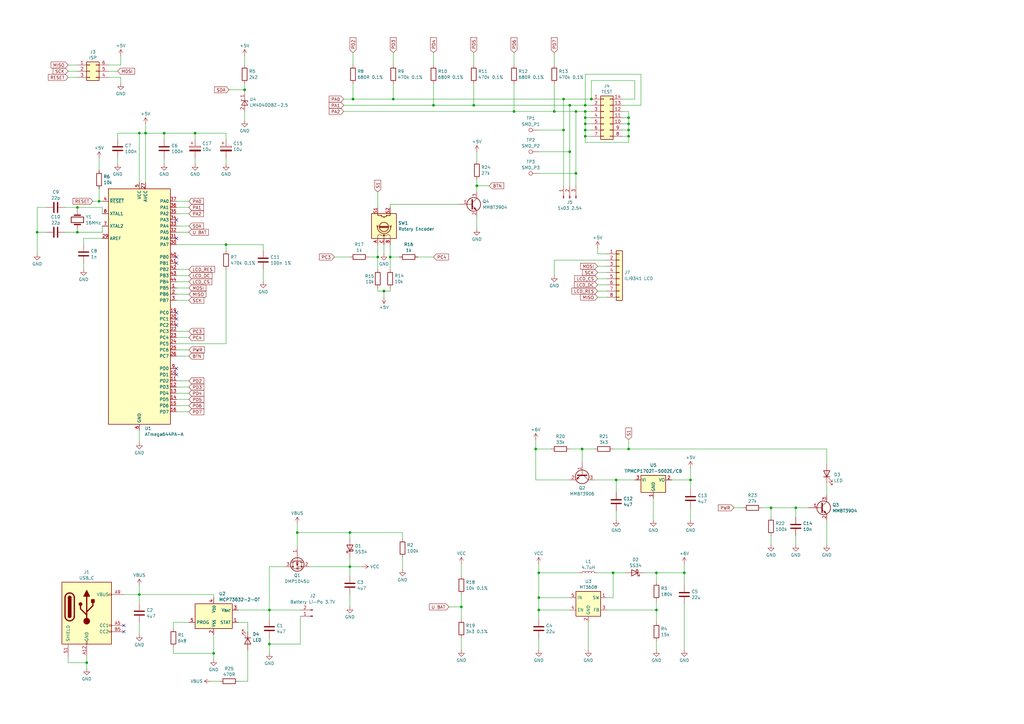
<source format=kicad_sch>
(kicad_sch (version 20231120) (generator "eeschema") (generator_version "8.0")
  (paper "A3")
  (title_block (date "2024-11-26"))
  (junction (at 195.58 76.2))
  (junction (at 251.46 234.95))
  (junction (at 143.51 232.41))
  (junction (at 257.81 50.8))
  (junction (at 143.51 218.44))
  (junction (at 231.14 53.34))
  (junction (at 220.98 245.11))
  (junction (at 177.8 43.18))
  (junction (at 240.03 53.34))
  (junction (at 35.56 271.78))
  (junction (at 219.71 184.15))
  (junction (at 269.24 234.95))
  (junction (at 280.67 234.95))
  (junction (at 283.21 196.85))
  (junction (at 57.15 243.84))
  (junction (at 242.57 40.64))
  (junction (at 257.81 55.88))
  (junction (at 257.81 53.34))
  (junction (at 252.73 196.85))
  (junction (at 57.15 54.61))
  (junction (at 189.23 248.92))
  (junction (at 240.03 48.26))
  (junction (at 231.14 40.64))
  (junction (at 100.33 36.83))
  (junction (at 87.63 267.97))
  (junction (at 269.24 250.19))
  (junction (at 160.02 105.41))
  (junction (at 80.01 54.61))
  (junction (at 220.98 250.19))
  (junction (at 194.31 43.18))
  (junction (at 110.49 264.16))
  (junction (at 157.48 119.38))
  (junction (at 154.94 105.41))
  (junction (at 144.78 40.64))
  (junction (at 326.39 208.28))
  (junction (at 236.22 45.72))
  (junction (at 236.22 71.12))
  (junction (at 238.76 184.15))
  (junction (at 40.64 82.55))
  (junction (at 31.75 95.25))
  (junction (at 233.68 62.23))
  (junction (at 257.81 184.15))
  (junction (at 161.29 40.64))
  (junction (at 110.49 250.19))
  (junction (at 92.71 100.33))
  (junction (at 240.03 55.88))
  (junction (at 210.82 45.72))
  (junction (at 240.03 43.18))
  (junction (at 31.75 85.09))
  (junction (at 233.68 43.18))
  (junction (at 121.92 218.44))
  (junction (at 240.03 45.72))
  (junction (at 240.03 50.8))
  (junction (at 67.31 54.61))
  (junction (at 15.24 95.25))
  (junction (at 59.69 54.61))
  (junction (at 220.98 234.95))
  (junction (at 227.33 45.72))
  (junction (at 257.81 48.26))
  (junction (at 316.23 208.28))
  (no_connect (at 72.39 133.35))
  (no_connect (at 72.39 105.41))
  (no_connect (at 72.39 90.17))
  (no_connect (at 72.39 130.81))
  (no_connect (at 72.39 153.67))
  (no_connect (at 50.8 256.54))
  (no_connect (at 50.8 259.08))
  (no_connect (at 72.39 107.95))
  (no_connect (at 72.39 151.13))
  (no_connect (at 72.39 97.79))
  (no_connect (at 72.39 128.27))
  (wire (pts (xy 31.75 85.09) (xy 41.91 85.09)))
  (wire (pts (xy 220.98 62.23) (xy 233.68 62.23)))
  (wire (pts (xy 40.64 77.47) (xy 40.64 82.55)))
  (wire (pts (xy 72.39 120.65) (xy 77.47 120.65)))
  (wire (pts (xy 101.6 259.08) (xy 101.6 255.27)))
  (wire (pts (xy 67.31 54.61) (xy 59.69 54.61)))
  (wire (pts (xy 100.33 34.29) (xy 100.33 36.83)))
  (wire (pts (xy 35.56 271.78) (xy 35.56 274.32)))
  (wire (pts (xy 143.51 232.41) (xy 127 232.41)))
  (wire (pts (xy 92.71 54.61) (xy 80.01 54.61)))
  (wire (pts (xy 72.39 92.71) (xy 77.47 92.71)))
  (wire (pts (xy 240.03 50.8) (xy 240.03 48.26)))
  (wire (pts (xy 72.39 85.09) (xy 77.47 85.09)))
  (wire (pts (xy 100.33 36.83) (xy 100.33 38.1)))
  (wire (pts (xy 240.03 43.18) (xy 242.57 43.18)))
  (wire (pts (xy 326.39 208.28) (xy 326.39 212.09)))
  (wire (pts (xy 49.53 22.86) (xy 49.53 26.67)))
  (wire (pts (xy 92.71 57.15) (xy 92.71 54.61)))
  (wire (pts (xy 121.92 214.63) (xy 121.92 218.44)))
  (wire (pts (xy 194.31 34.29) (xy 194.31 43.18)))
  (wire (pts (xy 72.39 110.49) (xy 77.47 110.49)))
  (wire (pts (xy 157.48 119.38) (xy 157.48 121.92)))
  (wire (pts (xy 245.11 119.38) (xy 248.92 119.38)))
  (wire (pts (xy 257.81 45.72) (xy 257.81 48.26)))
  (wire (pts (xy 80.01 54.61) (xy 67.31 54.61)))
  (wire (pts (xy 220.98 234.95) (xy 237.49 234.95)))
  (wire (pts (xy 87.63 245.11) (xy 87.63 243.84)))
  (wire (pts (xy 110.49 232.41) (xy 110.49 250.19)))
  (wire (pts (xy 177.8 21.59) (xy 177.8 26.67)))
  (wire (pts (xy 187.96 83.82) (xy 160.02 83.82)))
  (wire (pts (xy 240.03 45.72) (xy 242.57 45.72)))
  (wire (pts (xy 27.94 29.21) (xy 31.75 29.21)))
  (wire (pts (xy 269.24 250.19) (xy 269.24 246.38)))
  (wire (pts (xy 72.39 156.21) (xy 77.47 156.21)))
  (wire (pts (xy 49.53 31.75) (xy 49.53 34.29)))
  (wire (pts (xy 238.76 184.15) (xy 243.84 184.15)))
  (wire (pts (xy 189.23 261.62) (xy 189.23 266.7)))
  (wire (pts (xy 231.14 53.34) (xy 231.14 76.2)))
  (wire (pts (xy 41.91 85.09) (xy 41.91 87.63)))
  (wire (pts (xy 260.35 40.64) (xy 260.35 33.02)))
  (wire (pts (xy 101.6 255.27) (xy 97.79 255.27)))
  (wire (pts (xy 27.94 31.75) (xy 31.75 31.75)))
  (wire (pts (xy 257.81 180.34) (xy 257.81 184.15)))
  (wire (pts (xy 262.89 43.18) (xy 262.89 30.48)))
  (wire (pts (xy 177.8 43.18) (xy 194.31 43.18)))
  (wire (pts (xy 72.39 146.05) (xy 77.47 146.05)))
  (wire (pts (xy 49.53 26.67) (xy 44.45 26.67)))
  (wire (pts (xy 339.09 184.15) (xy 257.81 184.15)))
  (wire (pts (xy 242.57 50.8) (xy 240.03 50.8)))
  (wire (pts (xy 110.49 264.16) (xy 110.49 267.97)))
  (wire (pts (xy 160.02 105.41) (xy 160.02 110.49)))
  (wire (pts (xy 160.02 105.41) (xy 163.83 105.41)))
  (wire (pts (xy 280.67 234.95) (xy 280.67 240.03)))
  (wire (pts (xy 57.15 54.61) (xy 59.69 54.61)))
  (wire (pts (xy 210.82 21.59) (xy 210.82 26.67)))
  (wire (pts (xy 72.39 138.43) (xy 77.47 138.43)))
  (wire (pts (xy 72.39 95.25) (xy 77.47 95.25)))
  (wire (pts (xy 144.78 21.59) (xy 144.78 26.67)))
  (wire (pts (xy 19.05 85.09) (xy 15.24 85.09)))
  (wire (pts (xy 245.11 121.92) (xy 248.92 121.92)))
  (wire (pts (xy 233.68 62.23) (xy 233.68 76.2)))
  (wire (pts (xy 260.35 33.02) (xy 242.57 33.02)))
  (wire (pts (xy 87.63 243.84) (xy 57.15 243.84)))
  (wire (pts (xy 72.39 118.11) (xy 77.47 118.11)))
  (wire (pts (xy 110.49 250.19) (xy 110.49 254)))
  (wire (pts (xy 255.27 53.34) (xy 257.81 53.34)))
  (wire (pts (xy 161.29 40.64) (xy 231.14 40.64)))
  (wire (pts (xy 257.81 55.88) (xy 257.81 58.42)))
  (wire (pts (xy 257.81 50.8) (xy 257.81 53.34)))
  (wire (pts (xy 240.03 55.88) (xy 240.03 53.34)))
  (wire (pts (xy 233.68 43.18) (xy 233.68 62.23)))
  (wire (pts (xy 35.56 271.78) (xy 35.56 269.24)))
  (wire (pts (xy 233.68 43.18) (xy 240.03 43.18)))
  (wire (pts (xy 107.95 100.33) (xy 92.71 100.33)))
  (wire (pts (xy 231.14 40.64) (xy 242.57 40.64)))
  (wire (pts (xy 26.67 85.09) (xy 31.75 85.09)))
  (wire (pts (xy 255.27 43.18) (xy 262.89 43.18)))
  (wire (pts (xy 227.33 113.03) (xy 227.33 106.68)))
  (wire (pts (xy 220.98 71.12) (xy 236.22 71.12)))
  (wire (pts (xy 72.39 143.51) (xy 77.47 143.51)))
  (wire (pts (xy 160.02 100.33) (xy 160.02 105.41)))
  (wire (pts (xy 257.81 184.15) (xy 251.46 184.15)))
  (wire (pts (xy 227.33 34.29) (xy 227.33 45.72)))
  (wire (pts (xy 107.95 102.87) (xy 107.95 100.33)))
  (wire (pts (xy 236.22 45.72) (xy 236.22 71.12)))
  (wire (pts (xy 86.36 279.4) (xy 90.17 279.4)))
  (wire (pts (xy 72.39 100.33) (xy 92.71 100.33)))
  (wire (pts (xy 243.84 196.85) (xy 252.73 196.85)))
  (wire (pts (xy 57.15 255.27) (xy 57.15 260.35)))
  (wire (pts (xy 140.97 40.64) (xy 144.78 40.64)))
  (wire (pts (xy 238.76 184.15) (xy 238.76 189.23)))
  (wire (pts (xy 226.06 184.15) (xy 219.71 184.15)))
  (wire (pts (xy 87.63 267.97) (xy 87.63 260.35)))
  (wire (pts (xy 283.21 196.85) (xy 275.59 196.85)))
  (wire (pts (xy 233.68 184.15) (xy 238.76 184.15)))
  (wire (pts (xy 143.51 243.84) (xy 143.51 248.92)))
  (wire (pts (xy 189.23 243.84) (xy 189.23 248.92)))
  (wire (pts (xy 251.46 245.11) (xy 248.92 245.11)))
  (wire (pts (xy 269.24 250.19) (xy 269.24 255.27)))
  (wire (pts (xy 92.71 102.87) (xy 92.71 100.33)))
  (wire (pts (xy 34.29 97.79) (xy 34.29 100.33)))
  (wire (pts (xy 220.98 245.11) (xy 233.68 245.11)))
  (wire (pts (xy 255.27 55.88) (xy 257.81 55.88)))
  (wire (pts (xy 15.24 95.25) (xy 15.24 104.14)))
  (wire (pts (xy 220.98 53.34) (xy 231.14 53.34)))
  (wire (pts (xy 326.39 208.28) (xy 331.47 208.28)))
  (wire (pts (xy 143.51 232.41) (xy 148.59 232.41)))
  (wire (pts (xy 283.21 208.28) (xy 283.21 213.36)))
  (wire (pts (xy 251.46 234.95) (xy 251.46 245.11)))
  (wire (pts (xy 312.42 208.28) (xy 316.23 208.28)))
  (wire (pts (xy 57.15 240.03) (xy 57.15 243.84)))
  (wire (pts (xy 67.31 54.61) (xy 67.31 57.15)))
  (wire (pts (xy 157.48 100.33) (xy 157.48 104.14)))
  (wire (pts (xy 245.11 234.95) (xy 251.46 234.95)))
  (wire (pts (xy 255.27 50.8) (xy 257.81 50.8)))
  (wire (pts (xy 123.19 252.73) (xy 123.19 264.16)))
  (wire (pts (xy 269.24 234.95) (xy 269.24 238.76)))
  (wire (pts (xy 240.03 30.48) (xy 240.03 43.18)))
  (wire (pts (xy 255.27 48.26) (xy 257.81 48.26)))
  (wire (pts (xy 241.3 255.27) (xy 241.3 266.7)))
  (wire (pts (xy 27.94 26.67) (xy 31.75 26.67)))
  (wire (pts (xy 144.78 34.29) (xy 144.78 40.64)))
  (wire (pts (xy 137.16 105.41) (xy 143.51 105.41)))
  (wire (pts (xy 283.21 191.77) (xy 283.21 196.85)))
  (wire (pts (xy 72.39 168.91) (xy 77.47 168.91)))
  (wire (pts (xy 110.49 264.16) (xy 110.49 261.62)))
  (wire (pts (xy 107.95 110.49) (xy 107.95 115.57)))
  (wire (pts (xy 339.09 213.36) (xy 339.09 223.52)))
  (wire (pts (xy 219.71 184.15) (xy 219.71 180.34)))
  (wire (pts (xy 161.29 34.29) (xy 161.29 40.64)))
  (wire (pts (xy 100.33 45.72) (xy 100.33 49.53)))
  (wire (pts (xy 97.79 250.19) (xy 110.49 250.19)))
  (wire (pts (xy 57.15 243.84) (xy 50.8 243.84)))
  (wire (pts (xy 242.57 55.88) (xy 240.03 55.88)))
  (wire (pts (xy 34.29 107.95) (xy 34.29 110.49)))
  (wire (pts (xy 165.1 218.44) (xy 143.51 218.44)))
  (wire (pts (xy 267.97 204.47) (xy 267.97 213.36)))
  (wire (pts (xy 255.27 40.64) (xy 260.35 40.64)))
  (wire (pts (xy 143.51 228.6) (xy 143.51 232.41)))
  (wire (pts (xy 71.12 255.27) (xy 71.12 257.81)))
  (wire (pts (xy 220.98 234.95) (xy 220.98 245.11)))
  (wire (pts (xy 87.63 267.97) (xy 87.63 270.51)))
  (wire (pts (xy 339.09 198.12) (xy 339.09 203.2)))
  (wire (pts (xy 121.92 218.44) (xy 121.92 224.79)))
  (wire (pts (xy 171.45 105.41) (xy 177.8 105.41)))
  (wire (pts (xy 72.39 87.63) (xy 77.47 87.63)))
  (wire (pts (xy 220.98 261.62) (xy 220.98 266.7)))
  (wire (pts (xy 195.58 76.2) (xy 200.66 76.2)))
  (wire (pts (xy 252.73 209.55) (xy 252.73 213.36)))
  (wire (pts (xy 195.58 62.23) (xy 195.58 66.04)))
  (wire (pts (xy 41.91 97.79) (xy 34.29 97.79)))
  (wire (pts (xy 240.03 53.34) (xy 240.03 50.8)))
  (wire (pts (xy 72.39 82.55) (xy 77.47 82.55)))
  (wire (pts (xy 97.79 279.4) (xy 101.6 279.4)))
  (wire (pts (xy 44.45 31.75) (xy 49.53 31.75)))
  (wire (pts (xy 72.39 163.83) (xy 77.47 163.83)))
  (wire (pts (xy 233.68 196.85) (xy 219.71 196.85)))
  (wire (pts (xy 144.78 40.64) (xy 161.29 40.64)))
  (wire (pts (xy 240.03 58.42) (xy 240.03 55.88)))
  (wire (pts (xy 26.67 95.25) (xy 31.75 95.25)))
  (wire (pts (xy 72.39 161.29) (xy 77.47 161.29)))
  (wire (pts (xy 210.82 34.29) (xy 210.82 45.72)))
  (wire (pts (xy 245.11 114.3) (xy 248.92 114.3)))
  (wire (pts (xy 177.8 34.29) (xy 177.8 43.18)))
  (wire (pts (xy 269.24 234.95) (xy 280.67 234.95)))
  (wire (pts (xy 72.39 135.89) (xy 77.47 135.89)))
  (wire (pts (xy 48.26 57.15) (xy 48.26 54.61)))
  (wire (pts (xy 219.71 184.15) (xy 219.71 196.85)))
  (wire (pts (xy 242.57 53.34) (xy 240.03 53.34)))
  (wire (pts (xy 140.97 45.72) (xy 210.82 45.72)))
  (wire (pts (xy 326.39 219.71) (xy 326.39 223.52)))
  (wire (pts (xy 143.51 236.22) (xy 143.51 232.41)))
  (wire (pts (xy 80.01 57.15) (xy 80.01 54.61)))
  (wire (pts (xy 123.19 264.16) (xy 110.49 264.16)))
  (wire (pts (xy 220.98 250.19) (xy 220.98 245.11)))
  (wire (pts (xy 116.84 232.41) (xy 110.49 232.41)))
  (wire (pts (xy 252.73 196.85) (xy 252.73 201.93)))
  (wire (pts (xy 41.91 92.71) (xy 41.91 95.25)))
  (wire (pts (xy 189.23 231.14) (xy 189.23 236.22)))
  (wire (pts (xy 59.69 54.61) (xy 59.69 74.93)))
  (wire (pts (xy 143.51 220.98) (xy 143.51 218.44)))
  (wire (pts (xy 44.45 29.21) (xy 48.26 29.21)))
  (wire (pts (xy 100.33 22.86) (xy 100.33 26.67)))
  (wire (pts (xy 231.14 40.64) (xy 231.14 53.34)))
  (wire (pts (xy 72.39 113.03) (xy 77.47 113.03)))
  (wire (pts (xy 264.16 234.95) (xy 269.24 234.95)))
  (wire (pts (xy 339.09 190.5) (xy 339.09 184.15)))
  (wire (pts (xy 57.15 243.84) (xy 57.15 247.65)))
  (wire (pts (xy 262.89 30.48) (xy 240.03 30.48)))
  (wire (pts (xy 269.24 262.89) (xy 269.24 266.7)))
  (wire (pts (xy 245.11 116.84) (xy 248.92 116.84)))
  (wire (pts (xy 227.33 21.59) (xy 227.33 26.67)))
  (wire (pts (xy 316.23 212.09) (xy 316.23 208.28)))
  (wire (pts (xy 257.81 58.42) (xy 240.03 58.42)))
  (wire (pts (xy 27.94 269.24) (xy 27.94 271.78)))
  (wire (pts (xy 245.11 101.6) (xy 245.11 104.14)))
  (wire (pts (xy 59.69 50.8) (xy 59.69 54.61)))
  (wire (pts (xy 316.23 219.71) (xy 316.23 223.52)))
  (wire (pts (xy 220.98 250.19) (xy 220.98 254)))
  (wire (pts (xy 240.03 48.26) (xy 240.03 45.72)))
  (wire (pts (xy 101.6 279.4) (xy 101.6 266.7)))
  (wire (pts (xy 15.24 95.25) (xy 19.05 95.25)))
  (wire (pts (xy 194.31 21.59) (xy 194.31 26.67)))
  (wire (pts (xy 72.39 158.75) (xy 77.47 158.75)))
  (wire (pts (xy 233.68 250.19) (xy 220.98 250.19)))
  (wire (pts (xy 93.98 36.83) (xy 100.33 36.83)))
  (wire (pts (xy 140.97 43.18) (xy 177.8 43.18)))
  (wire (pts (xy 151.13 105.41) (xy 154.94 105.41)))
  (wire (pts (xy 161.29 21.59) (xy 161.29 26.67)))
  (wire (pts (xy 48.26 54.61) (xy 57.15 54.61)))
  (wire (pts (xy 110.49 250.19) (xy 123.19 250.19)))
  (wire (pts (xy 236.22 71.12) (xy 236.22 76.2)))
  (wire (pts (xy 195.58 76.2) (xy 195.58 78.74)))
  (wire (pts (xy 72.39 166.37) (xy 77.47 166.37)))
  (wire (pts (xy 72.39 140.97) (xy 92.71 140.97)))
  (wire (pts (xy 257.81 48.26) (xy 257.81 50.8)))
  (wire (pts (xy 40.64 64.77) (xy 40.64 69.85)))
  (wire (pts (xy 27.94 271.78) (xy 35.56 271.78)))
  (wire (pts (xy 48.26 64.77) (xy 48.26 67.31)))
  (wire (pts (xy 165.1 228.6) (xy 165.1 233.68)))
  (wire (pts (xy 165.1 220.98) (xy 165.1 218.44)))
  (wire (pts (xy 40.64 82.55) (xy 41.91 82.55)))
  (wire (pts (xy 195.58 73.66) (xy 195.58 76.2)))
  (wire (pts (xy 160.02 119.38) (xy 157.48 119.38)))
  (wire (pts (xy 251.46 234.95) (xy 256.54 234.95)))
  (wire (pts (xy 252.73 196.85) (xy 260.35 196.85)))
  (wire (pts (xy 242.57 48.26) (xy 240.03 48.26)))
  (wire (pts (xy 184.15 248.92) (xy 189.23 248.92)))
  (wire (pts (xy 154.94 78.74) (xy 154.94 85.09)))
  (wire (pts (xy 92.71 64.77) (xy 92.71 67.31)))
  (wire (pts (xy 77.47 255.27) (xy 71.12 255.27)))
  (wire (pts (xy 236.22 45.72) (xy 240.03 45.72)))
  (wire (pts (xy 72.39 123.19) (xy 77.47 123.19)))
  (wire (pts (xy 245.11 111.76) (xy 248.92 111.76)))
  (wire (pts (xy 210.82 45.72) (xy 227.33 45.72)))
  (wire (pts (xy 31.75 86.36) (xy 31.75 85.09)))
  (wire (pts (xy 71.12 267.97) (xy 87.63 267.97)))
  (wire (pts (xy 255.27 45.72) (xy 257.81 45.72)))
  (wire (pts (xy 154.94 119.38) (xy 157.48 119.38)))
  (wire (pts (xy 92.71 110.49) (xy 92.71 140.97)))
  (wire (pts (xy 71.12 265.43) (xy 71.12 267.97)))
  (wire (pts (xy 257.81 53.34) (xy 257.81 55.88)))
  (wire (pts (xy 280.67 247.65) (xy 280.67 266.7)))
  (wire (pts (xy 283.21 200.66) (xy 283.21 196.85)))
  (wire (pts (xy 80.01 64.77) (xy 80.01 67.31)))
  (wire (pts (xy 154.94 118.11) (xy 154.94 119.38)))
  (wire (pts (xy 220.98 231.14) (xy 220.98 234.95)))
  (wire (pts (xy 154.94 100.33) (xy 154.94 105.41)))
  (wire (pts (xy 72.39 115.57) (xy 77.47 115.57)))
  (wire (pts (xy 280.67 231.14) (xy 280.67 234.95)))
  (wire (pts (xy 57.15 176.53) (xy 57.15 181.61)))
  (wire (pts (xy 316.23 208.28) (xy 326.39 208.28)))
  (wire (pts (xy 227.33 45.72) (xy 236.22 45.72)))
  (wire (pts (xy 227.33 106.68) (xy 248.92 106.68)))
  (wire (pts (xy 41.91 95.25) (xy 31.75 95.25)))
  (wire (pts (xy 31.75 95.25) (xy 31.75 93.98)))
  (wire (pts (xy 248.92 250.19) (xy 269.24 250.19)))
  (wire (pts (xy 242.57 33.02) (xy 242.57 40.64)))
  (wire (pts (xy 38.1 82.55) (xy 40.64 82.55)))
  (wire (pts (xy 67.31 64.77) (xy 67.31 67.31)))
  (wire (pts (xy 57.15 54.61) (xy 57.15 74.93)))
  (wire (pts (xy 189.23 248.92) (xy 189.23 254)))
  (wire (pts (xy 195.58 88.9) (xy 195.58 93.98)))
  (wire (pts (xy 15.24 85.09) (xy 15.24 95.25)))
  (wire (pts (xy 300.99 208.28) (xy 304.8 208.28)))
  (wire (pts (xy 245.11 109.22) (xy 248.92 109.22)))
  (wire (pts (xy 245.11 104.14) (xy 248.92 104.14)))
  (wire (pts (xy 143.51 218.44) (xy 121.92 218.44)))
  (wire (pts (xy 194.31 43.18) (xy 233.68 43.18)))
  (wire (pts (xy 160.02 83.82) (xy 160.02 85.09)))
  (wire (pts (xy 154.94 105.41) (xy 154.94 110.49)))
  (wire (pts (xy 160.02 118.11) (xy 160.02 119.38)))
  (global_label "BTN" (shape input) (at 200.66 76.2 0) (property "Intersheetrefs" "${INTERSHEET_REFS}" (effects (hide yes))))
  (global_label "PWR" (shape input) (at 77.47 143.51 0) (property "Intersheetrefs" "${INTERSHEET_REFS}" (effects (hide yes))))
  (global_label "BTN" (shape input) (at 77.47 146.05 0) (property "Intersheetrefs" "${INTERSHEET_REFS}" (effects (hide yes))))
  (global_label "PWR" (shape input) (at 300.99 208.28 180) (property "Intersheetrefs" "${INTERSHEET_REFS}" (effects (hide yes))))
  (global_label "PD5" (shape input) (at 194.31 21.59 90) (property "Intersheetrefs" "${INTERSHEET_REFS}" (effects (hide yes))))
  (global_label "PD7" (shape input) (at 227.33 21.59 90) (property "Intersheetrefs" "${INTERSHEET_REFS}" (effects (hide yes))))
  (global_label "MOSI" (shape input) (at 48.26 29.21 0) (property "Intersheetrefs" "${INTERSHEET_REFS}" (effects (hide yes))))
  (global_label "PA2" (shape input) (at 140.97 45.72 180) (property "Intersheetrefs" "${INTERSHEET_REFS}" (effects (hide yes))))
  (global_label "PD7" (shape input) (at 77.47 168.91 0) (property "Intersheetrefs" "${INTERSHEET_REFS}" (effects (hide yes))))
  (global_label "LCD_CS" (shape input) (at 245.11 114.3 180) (property "Intersheetrefs" "${INTERSHEET_REFS}" (effects (hide yes))))
  (global_label "PD5" (shape input) (at 77.47 163.83 0) (property "Intersheetrefs" "${INTERSHEET_REFS}" (effects (hide yes))))
  (global_label "PC4" (shape input) (at 177.8 105.41 0) (property "Intersheetrefs" "${INTERSHEET_REFS}" (effects (hide yes))))
  (global_label "RESET" (shape input) (at 27.94 31.75 180) (property "Intersheetrefs" "${INTERSHEET_REFS}" (effects (hide yes))))
  (global_label "MISO" (shape input) (at 27.94 26.67 180) (property "Intersheetrefs" "${INTERSHEET_REFS}" (effects (hide yes))))
  (global_label "LCD_DC" (shape input) (at 245.11 116.84 180) (property "Intersheetrefs" "${INTERSHEET_REFS}" (effects (hide yes))))
  (global_label "PA1" (shape input) (at 140.97 43.18 180) (property "Intersheetrefs" "${INTERSHEET_REFS}" (effects (hide yes))))
  (global_label "LCD_RES" (shape input) (at 77.47 110.49 0) (property "Intersheetrefs" "${INTERSHEET_REFS}" (effects (hide yes))))
  (global_label "PC3" (shape input) (at 137.16 105.41 180) (property "Intersheetrefs" "${INTERSHEET_REFS}" (effects (hide yes))))
  (global_label "U BAT" (shape input) (at 77.47 95.25 0) (property "Intersheetrefs" "${INTERSHEET_REFS}" (effects (hide yes))))
  (global_label "S1" (shape input) (at 257.81 180.34 90) (property "Intersheetrefs" "${INTERSHEET_REFS}" (effects (hide yes))))
  (global_label "PA0" (shape input) (at 77.47 82.55 0) (property "Intersheetrefs" "${INTERSHEET_REFS}" (effects (hide yes))))
  (global_label "SCK" (shape input) (at 245.11 111.76 180) (property "Intersheetrefs" "${INTERSHEET_REFS}" (effects (hide yes))))
  (global_label "LCD_RES" (shape input) (at 245.11 119.38 180) (property "Intersheetrefs" "${INTERSHEET_REFS}" (effects (hide yes))))
  (global_label "PA1" (shape input) (at 77.47 85.09 0) (property "Intersheetrefs" "${INTERSHEET_REFS}" (effects (hide yes))))
  (global_label "PD4" (shape input) (at 177.8 21.59 90) (property "Intersheetrefs" "${INTERSHEET_REFS}" (effects (hide yes))))
  (global_label "MISO" (shape input) (at 245.11 121.92 180) (property "Intersheetrefs" "${INTERSHEET_REFS}" (effects (hide yes))))
  (global_label "PA0" (shape input) (at 140.97 40.64 180) (property "Intersheetrefs" "${INTERSHEET_REFS}" (effects (hide yes))))
  (global_label "PC3" (shape input) (at 77.47 135.89 0) (property "Intersheetrefs" "${INTERSHEET_REFS}" (effects (hide yes))))
  (global_label "U BAT" (shape input) (at 184.15 248.92 180) (property "Intersheetrefs" "${INTERSHEET_REFS}" (effects (hide yes))))
  (global_label "PD6" (shape input) (at 210.82 21.59 90) (property "Intersheetrefs" "${INTERSHEET_REFS}" (effects (hide yes))))
  (global_label "PD2" (shape input) (at 144.78 21.59 90) (property "Intersheetrefs" "${INTERSHEET_REFS}" (effects (hide yes))))
  (global_label "PD2" (shape input) (at 77.47 156.21 0) (property "Intersheetrefs" "${INTERSHEET_REFS}" (effects (hide yes))))
  (global_label "PD3" (shape input) (at 77.47 158.75 0) (property "Intersheetrefs" "${INTERSHEET_REFS}" (effects (hide yes))))
  (global_label "PD3" (shape input) (at 161.29 21.59 90) (property "Intersheetrefs" "${INTERSHEET_REFS}" (effects (hide yes))))
  (global_label "PC4" (shape input) (at 77.47 138.43 0) (property "Intersheetrefs" "${INTERSHEET_REFS}" (effects (hide yes))))
  (global_label "MISO" (shape input) (at 77.47 120.65 0) (property "Intersheetrefs" "${INTERSHEET_REFS}" (effects (hide yes))))
  (global_label "PD6" (shape input) (at 77.47 166.37 0) (property "Intersheetrefs" "${INTERSHEET_REFS}" (effects (hide yes))))
  (global_label "MOSI" (shape input) (at 245.11 109.22 180) (property "Intersheetrefs" "${INTERSHEET_REFS}" (effects (hide yes))))
  (global_label "PA2" (shape input) (at 77.47 87.63 0) (property "Intersheetrefs" "${INTERSHEET_REFS}" (effects (hide yes))))
  (global_label "SCK" (shape input) (at 77.47 123.19 0) (property "Intersheetrefs" "${INTERSHEET_REFS}" (effects (hide yes))))
  (global_label "PD4" (shape input) (at 77.47 161.29 0) (property "Intersheetrefs" "${INTERSHEET_REFS}" (effects (hide yes))))
  (global_label "S1" (shape input) (at 154.94 78.74 90) (property "Intersheetrefs" "${INTERSHEET_REFS}" (effects (hide yes))))
  (global_label "SDA" (shape input) (at 93.98 36.83 180) (property "Intersheetrefs" "${INTERSHEET_REFS}" (effects (hide yes))))
  (global_label "MOSI" (shape input) (at 77.47 118.11 0) (property "Intersheetrefs" "${INTERSHEET_REFS}" (effects (hide yes))))
  (global_label "RESET" (shape input) (at 38.1 82.55 180) (property "Intersheetrefs" "${INTERSHEET_REFS}" (effects (hide yes))))
  (global_label "LCD_DC" (shape input) (at 77.47 113.03 0) (property "Intersheetrefs" "${INTERSHEET_REFS}" (effects (hide yes))))
  (global_label "LCD_CS" (shape input) (at 77.47 115.57 0) (property "Intersheetrefs" "${INTERSHEET_REFS}" (effects (hide yes))))
  (global_label "SCK" (shape input) (at 27.94 29.21 180) (property "Intersheetrefs" "${INTERSHEET_REFS}" (effects (hide yes))))
  (global_label "SDA" (shape input) (at 77.47 92.71 0) (property "Intersheetrefs" "${INTERSHEET_REFS}" (effects (hide yes))))
  (symbol (lib_id "power:+5V") (at 40.64 64.77 0) (unit 1)
    (property "Reference" "#PWR025" (effects (hide yes)))
    (property "Value" "+5V" (at 40.64 60.6369 0))
    (property "Description" "Power symbol creates a global label with name \"+5V\"" (effects (hide yes)))
  )
  (symbol (lib_id "Device:R") (at 100.33 30.48 0) (unit 1)
    (property "Reference" "R5" (at 102.108 29.2678 0) (effects (justify left)))
    (property "Value" "2k2" (at 102.108 31.6921 0) (effects (justify left)))
    (property "Footprint" "Resistor_SMD:R_0805_2012Metric" (effects (hide yes)))
    (property "Description" "Resistor" (effects (hide yes)))
  )
  (symbol (lib_id "Device:L") (at 241.3 234.95 90) (unit 1)
    (property "Reference" "L1" (at 241.3 230.3002 90))
    (property "Value" "4.7uH" (at 241.3 232.7245 90))
    (property "Footprint" "Inductor_SMD:L_1206_3216Metric" (effects (hide yes)))
    (property "Description" "Inductor" (effects (hide yes)))
    (property "JLCPCB Part #" "C2941590" (effects (hide yes)))
  )
  (symbol (lib_id "Device:C") (at 110.49 257.81 0) (unit 1)
    (property "Reference" "C1" (at 113.411 256.5978 0) (effects (justify left)))
    (property "Value" "4u7" (at 113.411 259.0221 0) (effects (justify left)))
    (property "Footprint" "Capacitor_SMD:C_1206_3216Metric" (effects (hide yes)))
    (property "Description" "Unpolarized capacitor" (effects (hide yes)))
    (property "JLCPCB Part #" "C29823" (effects (hide yes)))
  )
  (symbol (lib_id "Device:C") (at 326.39 215.9 0) (unit 1)
    (property "Reference" "C14" (at 329.311 214.6878 0) (effects (justify left)))
    (property "Value" "10n" (at 329.311 217.1121 0) (effects (justify left)))
    (property "Footprint" "Capacitor_SMD:C_0805_2012Metric" (effects (hide yes)))
    (property "Description" "Unpolarized capacitor" (effects (hide yes)))
    (property "JLCPCB Part # " "C1710" (effects (hide yes)))
  )
  (symbol (lib_id "Connector:TestPoint") (at 220.98 62.23 90) (unit 1)
    (property "Reference" "TP2" (at 217.678 57.4505 90))
    (property "Value" "SMD_P2" (at 217.678 59.8748 90))
    (property "Footprint" "TestPoint:TestPoint_Pad_1.5x1.5mm" (effects (hide yes)))
    (property "Description" "test point" (effects (hide yes)))
  )
  (symbol (lib_id "Device:R") (at 160.02 114.3 0) (unit 1)
    (property "Reference" "R14" (at 161.798 113.0878 0) (effects (justify left)))
    (property "Value" "10k" (at 161.798 115.5121 0) (effects (justify left)))
    (property "Footprint" "Resistor_SMD:R_0805_2012Metric" (effects (hide yes)))
    (property "Description" "Resistor" (effects (hide yes)))
  )
  (symbol (lib_id "Connector_Generic:Conn_02x07_Counter_Clockwise") (at 247.65 48.26 0) (unit 1)
    (property "Reference" "J4" (at 248.92 35.2255 0))
    (property "Value" "TEST" (at 248.92 37.6498 0))
    (property "Footprint" "Socket:DIP_Socket-14_W4.3_W5.08_W7.62_W10.16_W10.9_3M_214-3339-00-0602J" (effects (hide yes)))
    (property "Description" "Generic connector, double row, 02x07, counter clockwise pin numbering scheme (similar to DIP package numbering), script generated (kicad-library-utils/schlib/autogen/connector/)" (effects (hide yes)))
  )
  (symbol (lib_id "Device:R") (at 308.61 208.28 90) (unit 1)
    (property "Reference" "R23" (at 308.61 203.1195 90))
    (property "Value" "27k" (at 308.61 205.5438 90))
    (property "Footprint" "Resistor_SMD:R_0805_2012Metric" (effects (hide yes)))
    (property "Description" "Resistor" (effects (hide yes)))
  )
  (symbol (lib_id "Diode:SS34") (at 260.35 234.95 180) (unit 1)
    (property "Reference" "D2" (at 260.6675 229.5355 0))
    (property "Value" "SS34" (at 260.6675 231.9598 0))
    (property "Footprint" "Diode_SMD:D_SMA" (effects (hide yes)))
    (property "Datasheet" "https://www.vishay.com/docs/88751/ss32.pdf" (effects (hide yes)))
    (property "Description" "40V 3A Schottky Diode, SMA" (effects (hide yes)))
    (property "JLCPCB Part # " "C8678" (effects (hide yes)))
  )
  (symbol (lib_id "Device:C") (at 220.98 257.81 0) (unit 1)
    (property "Reference" "C4" (at 223.901 256.5978 0) (effects (justify left)))
    (property "Value" "22u" (at 223.901 259.0221 0) (effects (justify left)))
    (property "Footprint" "Capacitor_SMD:C_0805_2012Metric" (effects (hide yes)))
    (property "Description" "Unpolarized capacitor" (effects (hide yes)))
    (property "JLCPCB Part #" "C45783" (effects (hide yes)))
  )
  (symbol (lib_id "Device:R") (at 269.24 259.08 0) (unit 1)
    (property "Reference" "R4" (at 271.018 257.8678 0) (effects (justify left)))
    (property "Value" "15k" (at 271.018 260.2921 0) (effects (justify left)))
    (property "Footprint" "Resistor_SMD:R_0805_2012Metric" (effects (hide yes)))
    (property "Description" "Resistor" (effects (hide yes)))
  )
  (symbol (lib_id "power:VBUS") (at 57.15 240.03 0) (unit 1)
    (property "Reference" "#PWR05" (effects (hide yes)))
    (property "Value" "VBUS" (at 57.15 235.8969 0))
    (property "Description" "Power symbol creates a global label with name \"VBUS\"" (effects (hide yes)))
  )
  (symbol (lib_id "power:+5V") (at 100.33 22.86 0) (unit 1)
    (property "Reference" "#PWR023" (effects (hide yes)))
    (property "Value" "+5V" (at 100.33 18.7269 0))
    (property "Description" "Power symbol creates a global label with name \"+5V\"" (effects (hide yes)))
  )
  (symbol (lib_id "Device:Crystal") (at 31.75 90.17 270) (unit 1)
    (property "Reference" "Y1" (at 35.0774 88.9578 90) (effects (justify left)))
    (property "Value" "16MHz" (at 35.0774 91.3821 90) (effects (justify left)))
    (property "Footprint" "Crystal:Crystal_SMD_HC49-SD" (effects (hide yes)))
    (property "Description" "Two pin crystal" (effects (hide yes)))
    (property "JLCPCB Part # " "C12676" (effects (hide yes)))
  )
  (symbol (lib_id "Device:C") (at 34.29 104.14 0) (unit 1)
    (property "Reference" "C8" (at 37.211 102.9278 0) (effects (justify left)))
    (property "Value" "1n" (at 37.211 105.3521 0) (effects (justify left)))
    (property "Footprint" "Capacitor_SMD:C_0805_2012Metric" (effects (hide yes)))
    (property "Description" "Unpolarized capacitor" (effects (hide yes)))
  )
  (symbol (lib_id "Device:R") (at 92.71 106.68 0) (unit 1)
    (property "Reference" "R7" (at 94.488 105.4678 0) (effects (justify left)))
    (property "Value" "470k 0.1%" (at 94.488 107.8921 0) (effects (justify left)))
    (property "Footprint" "Resistor_SMD:R_0805_2012Metric" (effects (hide yes)))
    (property "Description" "Resistor" (effects (hide yes)))
  )
  (symbol (lib_id "power:GND") (at 35.56 274.32 0) (unit 1)
    (property "Reference" "#PWR01" (effects (hide yes)))
    (property "Value" "GND" (at 35.56 278.4531 0))
    (property "Description" "Power symbol creates a global label with name \"GND\" , ground" (effects (hide yes)))
  )
  (symbol (lib_id "power:+5V") (at 245.11 101.6 0) (unit 1)
    (property "Reference" "#PWR041" (effects (hide yes)))
    (property "Value" "+5V" (at 245.11 97.4669 0))
    (property "Description" "Power symbol creates a global label with name \"+5V\"" (effects (hide yes)))
  )
  (symbol (lib_id "power:GND") (at 220.98 266.7 0) (unit 1)
    (property "Reference" "#PWR012" (effects (hide yes)))
    (property "Value" "GND" (at 220.98 270.8331 0))
    (property "Description" "Power symbol creates a global label with name \"GND\" , ground" (effects (hide yes)))
  )
  (symbol (lib_id "power:GND") (at 49.53 34.29 0) (unit 1)
    (property "Reference" "#PWR020" (effects (hide yes)))
    (property "Value" "GND" (at 49.53 38.4231 0))
    (property "Description" "Power symbol creates a global label with name \"GND\" , ground" (effects (hide yes)))
  )
  (symbol (lib_id "Device:R") (at 154.94 114.3 0) (unit 1)
    (property "Reference" "R15" (at 149.606 113.284 0) (effects (justify left)))
    (property "Value" "10k" (at 149.86 115.57 0) (effects (justify left)))
    (property "Footprint" "Resistor_SMD:R_0805_2012Metric" (effects (hide yes)))
    (property "Description" "Resistor" (effects (hide yes)))
  )
  (symbol (lib_id "Device:C") (at 107.95 106.68 0) (unit 1)
    (property "Reference" "C11" (at 110.871 105.4678 0) (effects (justify left)))
    (property "Value" "100n 1%" (at 110.871 107.8921 0) (effects (justify left)))
    (property "Footprint" "Capacitor_SMD:C_0805_2012Metric" (effects (hide yes)))
    (property "Description" "Unpolarized capacitor" (effects (hide yes)))
    (property "JLCPCB Part # " "C2981728" (effects (hide yes)))
  )
  (symbol (lib_id "Connector_Generic:Conn_01x08") (at 254 111.76 0) (unit 1)
    (property "Reference" "J7" (at 256.032 111.8178 0) (effects (justify left)))
    (property "Value" "ILI9341 LCD" (at 256.032 114.2421 0) (effects (justify left)))
    (property "Footprint" "DB-Enclosures:Waveshare_2.4_ILI9341_18366" (effects (hide yes)))
    (property "Description" "Generic connector, single row, 01x08, script generated (kicad-library-utils/schlib/autogen/connector/)" (effects (hide yes)))
  )
  (symbol (lib_id "Transistor_FET:AO3401A") (at 121.92 229.87 90) (mirror x) (unit 1)
    (property "Reference" "Q1" (at 121.92 236.0351 90))
    (property "Value" "DMP1045U" (at 121.92 238.4594 90))
    (property "Footprint" "Package_TO_SOT_SMD:SOT-23" (effects (hide yes)))
    (property "Datasheet" "http://www.aosmd.com/pdfs/datasheet/AO3401A.pdf" (effects (hide yes)))
    (property "Description" "-4.0A Id, -30V Vds, P-Channel MOSFET, SOT-23" (effects (hide yes)))
    (property "JLCPCB Part #" " C177033" (effects (hide yes)))
  )
  (symbol (lib_id "Device:C") (at 22.86 85.09 270) (unit 1)
    (property "Reference" "C9" (at 22.86 78.7865 90))
    (property "Value" "22p" (at 22.86 81.2108 90))
    (property "Footprint" "Capacitor_SMD:C_0805_2012Metric" (effects (hide yes)))
    (property "Description" "Unpolarized capacitor" (effects (hide yes)))
    (property "JLCPCB Part # " "C1804" (effects (hide yes)))
  )
  (symbol (lib_id "Device:C") (at 252.73 205.74 0) (unit 1)
    (property "Reference" "C12" (at 255.651 204.5278 0) (effects (justify left)))
    (property "Value" "4u7" (at 255.651 206.9521 0) (effects (justify left)))
    (property "Footprint" "Capacitor_SMD:C_1206_3216Metric" (effects (hide yes)))
    (property "Description" "Unpolarized capacitor" (effects (hide yes)))
    (property "JLCPCB Part #" "C29823" (effects (hide yes)))
  )
  (symbol (lib_id "power:+6V") (at 280.67 231.14 0) (unit 1)
    (property "Reference" "#PWR031" (effects (hide yes)))
    (property "Value" "+6V" (at 280.67 227.0069 0))
    (property "Description" "Power symbol creates a global label with name \"+6V\"" (effects (hide yes)))
  )
  (symbol (lib_id "MCU_Microchip_ATmega:ATmega644PA-A") (at 57.15 125.73 0) (unit 1)
    (property "Reference" "U1" (at 59.3441 175.7101 0) (effects (justify left)))
    (property "Value" "ATmega644PA-A" (at 59.3441 178.1344 0) (effects (justify left)))
    (property "Footprint" "Package_QFP:TQFP-44_10x10mm_P0.8mm" (effects (hide yes)))
    (property "Datasheet" "http://ww1.microchip.com/downloads/en/DeviceDoc/Atmel-8272-8-bit-AVR-microcontroller-ATmega164A_PA-324A_PA-644A_PA-1284_P_datasheet.pdf" (effects (hide yes)))
    (property "Description" "20MHz, 64kB Flash, 4kB SRAM, 2kB EEPROM, JTAG, TQFP-44" (effects (hide yes)))
    (property "JLCPCB Part #" "C38349" (effects (hide yes)))
  )
  (symbol (lib_id "Device:R") (at 71.12 261.62 0) (unit 1)
    (property "Reference" "R1" (at 72.898 260.4078 0) (effects (justify left)))
    (property "Value" "6k8" (at 72.898 262.8321 0) (effects (justify left)))
    (property "Footprint" "Resistor_SMD:R_0805_2012Metric" (effects (hide yes)))
    (property "Description" "Resistor" (effects (hide yes)))
  )
  (symbol (lib_id "power:GND") (at 67.31 67.31 0) (unit 1)
    (property "Reference" "#PWR016" (effects (hide yes)))
    (property "Value" "GND" (at 67.31 71.4431 0))
    (property "Description" "Power symbol creates a global label with name \"GND\" , ground" (effects (hide yes)))
  )
  (symbol (lib_id "Battery_Management:MCP73832-2-OT") (at 87.63 252.73 0) (unit 1)
    (property "Reference" "U2" (at 89.8241 243.5055 0) (effects (justify left)))
    (property "Value" "MCP73832-2-OT" (at 89.8241 245.9298 0) (effects (justify left)))
    (property "Footprint" "Package_TO_SOT_SMD:SOT-23-5" (effects (hide yes)))
    (property "Datasheet" "http://ww1.microchip.com/downloads/en/DeviceDoc/20001984g.pdf" (effects (hide yes)))
    (property "Description" "Single cell, Li-Ion/Li-Po charge management controller, 4.20V, Open-Drain Status Output, in SOT23-5 package" (effects (hide yes)))
    (property "JLCPCB Part #" "C38066" (effects (hide yes)))
  )
  (symbol (lib_id "Device:R") (at 229.87 184.15 90) (unit 1)
    (property "Reference" "R20" (at 229.87 178.9895 90))
    (property "Value" "33k" (at 229.87 181.4138 90))
    (property "Footprint" "Resistor_SMD:R_0805_2012Metric" (effects (hide yes)))
    (property "Description" "Resistor" (effects (hide yes)))
  )
  (symbol (lib_id "Device:C") (at 22.86 95.25 270) (unit 1)
    (property "Reference" "C10" (at 22.86 88.9465 90))
    (property "Value" "22p" (at 22.86 91.3708 90))
    (property "Footprint" "Capacitor_SMD:C_0805_2012Metric" (effects (hide yes)))
    (property "Description" "Unpolarized capacitor" (effects (hide yes)))
    (property "JLCPCB Part # " "C1804" (effects (hide yes)))
  )
  (symbol (lib_id "Device:R") (at 161.29 30.48 0) (unit 1)
    (property "Reference" "R9" (at 163.068 29.2678 0) (effects (justify left)))
    (property "Value" "470k 0.1%" (at 163.068 31.6921 0) (effects (justify left)))
    (property "Footprint" "Resistor_SMD:R_0805_2012Metric" (effects (hide yes)))
    (property "Description" "Resistor" (effects (hide yes)))
  )
  (symbol (lib_id "Connector:USB_C_Receptacle_PowerOnly_6P") (at 35.56 251.46 0) (unit 1)
    (property "Reference" "J1" (at 35.56 234.6155 0))
    (property "Value" "USB_C" (at 35.56 237.0398 0))
    (property "Footprint" "Connector_USB:USB_C_Receptacle_GCT_USB4125-xx-x-0190_6P_TopMnt_Horizontal" (effects (hide yes)))
    (property "Datasheet" "https://www.usb.org/sites/default/files/documents/usb_type-c.zip" (effects (hide yes)))
    (property "Description" "USB Power-Only 6P Type-C Receptacle connector" (effects (hide yes)))
    (property "JLCPCB Part #" "C283540" (effects (hide yes)))
  )
  (symbol (lib_id "Device:C") (at 280.67 243.84 0) (unit 1)
    (property "Reference" "C5" (at 283.591 242.6278 0) (effects (justify left)))
    (property "Value" "22u" (at 283.591 245.0521 0) (effects (justify left)))
    (property "Footprint" "Capacitor_SMD:C_0805_2012Metric" (effects (hide yes)))
    (property "Description" "Unpolarized capacitor" (effects (hide yes)))
    (property "JLCPCB Part #" "C45783" (effects (hide yes)))
  )
  (symbol (lib_id "power:GND") (at 87.63 270.51 0) (unit 1)
    (property "Reference" "#PWR046" (effects (hide yes)))
    (property "Value" "GND" (at 87.63 274.6431 0))
    (property "Description" "Power symbol creates a global label with name \"GND\" , ground" (effects (hide yes)))
  )
  (symbol (lib_id "power:GND") (at 92.71 67.31 0) (unit 1)
    (property "Reference" "#PWR045" (effects (hide yes)))
    (property "Value" "GND" (at 92.71 71.4431 0))
    (property "Description" "Power symbol creates a global label with name \"GND\" , ground" (effects (hide yes)))
  )
  (symbol (lib_id "Connector:Conn_01x02_Pin") (at 128.27 252.73 180) (unit 1)
    (property "Reference" "J2" (at 128.27 244.348 0))
    (property "Value" "Battery Li-Po 3.7V" (at 128.27 246.888 0))
    (property "Footprint" "Connector_PinHeader_2.54mm:PinHeader_1x02_P2.54mm_Vertical" (effects (hide yes)))
    (property "Description" "Generic connector, single row, 01x02, script generated" (effects (hide yes)))
  )
  (symbol (lib_id "Connector_Generic:Conn_02x03_Counter_Clockwise") (at 36.83 29.21 0) (unit 1)
    (property "Reference" "J3" (at 38.1 21.2555 0))
    (property "Value" "ISP" (at 38.1 23.6798 0))
    (property "Footprint" "Connector_PinHeader_2.54mm:PinHeader_2x03_P2.54mm_Vertical" (effects (hide yes)))
    (property "Description" "Generic connector, double row, 02x03, counter clockwise pin numbering scheme (similar to DIP package numbering), script generated (kicad-library-utils/schlib/autogen/connector/)" (effects (hide yes)))
  )
  (symbol (lib_id "Device:R") (at 227.33 30.48 0) (unit 1)
    (property "Reference" "R13" (at 229.108 29.2678 0) (effects (justify left)))
    (property "Value" "470k 0.1%" (at 229.108 31.6921 0) (effects (justify left)))
    (property "Footprint" "Resistor_SMD:R_0805_2012Metric" (effects (hide yes)))
    (property "Description" "Resistor" (effects (hide yes)))
  )
  (symbol (lib_id "power:VCC") (at 189.23 231.14 0) (unit 1)
    (property "Reference" "#PWR030" (effects (hide yes)))
    (property "Value" "VCC" (at 189.23 227.0069 0))
    (property "Description" "Power symbol creates a global label with name \"VCC\"" (effects (hide yes)))
  )
  (symbol (lib_id "Connector:TestPoint") (at 220.98 53.34 90) (unit 1)
    (property "Reference" "TP1" (at 217.678 48.5605 90))
    (property "Value" "SMD_P1" (at 217.678 50.9848 90))
    (property "Footprint" "TestPoint:TestPoint_Pad_1.5x1.5mm" (effects (hide yes)))
    (property "Description" "test point" (effects (hide yes)))
  )
  (symbol (lib_id "power:+5V") (at 157.48 121.92 180) (unit 1)
    (property "Reference" "#PWR028" (effects (hide yes)))
    (property "Value" "+5V" (at 157.48 126.0531 0))
    (property "Description" "Power symbol creates a global label with name \"+5V\"" (effects (hide yes)))
  )
  (symbol (lib_id "power:VBUS") (at 121.92 214.63 0) (unit 1)
    (property "Reference" "#PWR02" (effects (hide yes)))
    (property "Value" "VBUS" (at 121.92 210.4969 0))
    (property "Description" "Power symbol creates a global label with name \"VBUS\"" (effects (hide yes)))
  )
  (symbol (lib_id "Device:R") (at 247.65 184.15 90) (unit 1)
    (property "Reference" "R21" (at 247.65 178.9895 90))
    (property "Value" "3k3" (at 247.65 181.4138 90))
    (property "Footprint" "Resistor_SMD:R_0805_2012Metric" (effects (hide yes)))
    (property "Description" "Resistor" (effects (hide yes)))
  )
  (symbol (lib_id "Device:R") (at 93.98 279.4 90) (unit 1)
    (property "Reference" "R25" (at 93.98 274.2395 90))
    (property "Value" "470R" (at 93.98 276.6638 90))
    (property "Footprint" "Resistor_SMD:R_0805_2012Metric" (effects (hide yes)))
    (property "Description" "Resistor" (effects (hide yes)))
  )
  (symbol (lib_id "Device:C") (at 48.26 60.96 0) (unit 1)
    (property "Reference" "C7" (at 51.181 59.7478 0) (effects (justify left)))
    (property "Value" "100n" (at 51.181 62.1721 0) (effects (justify left)))
    (property "Footprint" "Capacitor_SMD:C_0805_2012Metric" (effects (hide yes)))
    (property "Description" "Unpolarized capacitor" (effects (hide yes)))
  )
  (symbol (lib_id "Device:LED") (at 101.6 262.89 270) (unit 1)
    (property "Reference" "D4" (at 103.632 260.0903 90) (effects (justify left)))
    (property "Value" "LED" (at 103.632 262.5146 90) (effects (justify left)))
    (property "Footprint" "LED_SMD:LED_0805_2012Metric" (effects (hide yes)))
    (property "Description" "Light emitting diode" (effects (hide yes)))
    (property "JLCPCB Part #" "C84256 " (effects (hide yes)))
  )
  (symbol (lib_id "Device:R") (at 210.82 30.48 0) (unit 1)
    (property "Reference" "R12" (at 212.598 29.2678 0) (effects (justify left)))
    (property "Value" "680R 0.1%" (at 212.598 31.6921 0) (effects (justify left)))
    (property "Footprint" "Resistor_SMD:R_0805_2012Metric" (effects (hide yes)))
    (property "Description" "Resistor" (effects (hide yes)))
  )
  (symbol (lib_id "power:GND") (at 283.21 213.36 0) (unit 1)
    (property "Reference" "#PWR035" (effects (hide yes)))
    (property "Value" "GND" (at 283.21 217.4931 0))
    (property "Description" "Power symbol creates a global label with name \"GND\" , ground" (effects (hide yes)))
  )
  (symbol (lib_id "Device:C_Polarized") (at 92.71 60.96 0) (unit 1)
    (property "Reference" "C15" (at 95.631 58.8588 0) (effects (justify left)))
    (property "Value" "10u" (at 95.631 61.2831 0) (effects (justify left)))
    (property "Footprint" "Capacitor_Tantalum_SMD:CP_EIA-3216-18_Kemet-A" (effects (hide yes)))
    (property "Description" "Polarized capacitor" (effects (hide yes)))
    (property "JLCPCB Part # " "C7171" (effects (hide yes)))
  )
  (symbol (lib_id "Device:R") (at 316.23 215.9 0) (unit 1)
    (property "Reference" "R22" (at 318.008 214.6878 0) (effects (justify left)))
    (property "Value" "100k" (at 318.008 217.1121 0) (effects (justify left)))
    (property "Footprint" "Resistor_SMD:R_0805_2012Metric" (effects (hide yes)))
    (property "Description" "Resistor" (effects (hide yes)))
  )
  (symbol (lib_id "Device:C") (at 57.15 251.46 0) (unit 1)
    (property "Reference" "C2" (at 60.071 250.2478 0) (effects (justify left)))
    (property "Value" "4u7" (at 60.071 252.6721 0) (effects (justify left)))
    (property "Footprint" "Capacitor_SMD:C_1206_3216Metric" (effects (hide yes)))
    (property "Description" "Unpolarized capacitor" (effects (hide yes)))
    (property "JLCPCB Part #" "C29823" (effects (hide yes)))
  )
  (symbol (lib_id "power:VCC") (at 148.59 232.41 270) (unit 1)
    (property "Reference" "#PWR08" (effects (hide yes)))
    (property "Value" "VCC" (at 151.765 232.41 90) (effects (justify left)))
    (property "Description" "Power symbol creates a global label with name \"VCC\"" (effects (hide yes)))
  )
  (symbol (lib_id "power:+5V") (at 59.69 50.8 0) (unit 1)
    (property "Reference" "#PWR015" (effects (hide yes)))
    (property "Value" "+5V" (at 59.69 46.6669 0))
    (property "Description" "Power symbol creates a global label with name \"+5V\"" (effects (hide yes)))
  )
  (symbol (lib_id "Device:R") (at 165.1 224.79 0) (unit 1)
    (property "Reference" "R2" (at 166.878 223.5778 0) (effects (justify left)))
    (property "Value" "100k" (at 166.878 226.0021 0) (effects (justify left)))
    (property "Footprint" "Resistor_SMD:R_0805_2012Metric" (effects (hide yes)))
    (property "Description" "Resistor" (effects (hide yes)))
  )
  (symbol (lib_id "Connector:Conn_01x03_Pin") (at 233.68 81.28 90) (unit 1)
    (property "Reference" "J5" (at 233.68 82.9493 90))
    (property "Value" "1x03 2.54" (at 233.68 85.3736 90))
    (property "Footprint" "Package_TO_SOT_THT:TO-92L_Inline_Wide" (effects (hide yes)))
    (property "Description" "Generic connector, single row, 01x03, script generated" (effects (hide yes)))
  )
  (symbol (lib_id "power:GND") (at 165.1 233.68 0) (unit 1)
    (property "Reference" "#PWR07" (effects (hide yes)))
    (property "Value" "GND" (at 165.1 237.8131 0))
    (property "Description" "Power symbol creates a global label with name \"GND\" , ground" (effects (hide yes)))
  )
  (symbol (lib_id "power:GND") (at 280.67 266.7 0) (unit 1)
    (property "Reference" "#PWR013" (effects (hide yes)))
    (property "Value" "GND" (at 280.67 270.8331 0))
    (property "Description" "Power symbol creates a global label with name \"GND\" , ground" (effects (hide yes)))
  )
  (symbol (lib_id "power:+5V") (at 195.58 62.23 0) (unit 1)
    (property "Reference" "#PWR039" (effects (hide yes)))
    (property "Value" "+5V" (at 195.58 58.0969 0))
    (property "Description" "Power symbol creates a global label with name \"+5V\"" (effects (hide yes)))
  )
  (symbol (lib_id "power:GND") (at 100.33 49.53 0) (unit 1)
    (property "Reference" "#PWR024" (effects (hide yes)))
    (property "Value" "GND" (at 100.33 53.6631 0))
    (property "Description" "Power symbol creates a global label with name \"GND\" , ground" (effects (hide yes)))
  )
  (symbol (lib_id "Device:LED") (at 339.09 194.31 90) (unit 1)
    (property "Reference" "D3" (at 342.011 194.6853 90) (effects (justify right)))
    (property "Value" "LED" (at 342.011 197.1096 90) (effects (justify right)))
    (property "Footprint" "LED_SMD:LED_0805_2012Metric" (effects (hide yes)))
    (property "Description" "Light emitting diode" (effects (hide yes)))
    (property "JLCPCB Part #" "C84256 " (effects (hide yes)))
  )
  (symbol (lib_id "power:GND") (at 15.24 104.14 0) (unit 1)
    (property "Reference" "#PWR022" (effects (hide yes)))
    (property "Value" "GND" (at 15.24 108.2731 0))
    (property "Description" "Power symbol creates a global label with name \"GND\" , ground" (effects (hide yes)))
  )
  (symbol (lib_id "Device:R") (at 189.23 257.81 0) (unit 1)
    (property "Reference" "R19" (at 191.008 256.5978 0) (effects (justify left)))
    (property "Value" "3k3 0.1%" (at 191.008 259.0221 0) (effects (justify left)))
    (property "Footprint" "Resistor_SMD:R_0805_2012Metric" (effects (hide yes)))
    (property "Description" "Resistor" (effects (hide yes)))
  )
  (symbol (lib_id "Transistor_BJT:MMBT3904") (at 336.55 208.28 0) (unit 1)
    (property "Reference" "Q3" (at 341.4014 207.0678 0) (effects (justify left)))
    (property "Value" "MMBT3904" (at 341.4014 209.4921 0) (effects (justify left)))
    (property "Footprint" "Package_TO_SOT_SMD:SOT-23" (effects (hide yes)))
    (property "Datasheet" "https://www.onsemi.com/pdf/datasheet/pzt3904-d.pdf" (effects (hide yes)))
    (property "Description" "0.2A Ic, 40V Vce, Small Signal NPN Transistor, SOT-23" (effects (hide yes)))
  )
  (symbol (lib_id "power:GND") (at 143.51 248.92 0) (unit 1)
    (property "Reference" "#PWR06" (effects (hide yes)))
    (property "Value" "GND" (at 143.51 253.0531 0))
    (property "Description" "Power symbol creates a global label with name \"GND\" , ground" (effects (hide yes)))
  )
  (symbol (lib_id "power:+6V") (at 219.71 180.34 0) (unit 1)
    (property "Reference" "#PWR032" (effects (hide yes)))
    (property "Value" "+6V" (at 219.71 176.2069 0))
    (property "Description" "Power symbol creates a global label with name \"+6V\"" (effects (hide yes)))
  )
  (symbol (lib_id "Device:C_Polarized") (at 80.01 60.96 0) (unit 1)
    (property "Reference" "C17" (at 82.931 58.8588 0) (effects (justify left)))
    (property "Value" "10u" (at 82.931 61.2831 0) (effects (justify left)))
    (property "Footprint" "Capacitor_Tantalum_SMD:CP_EIA-3216-18_Kemet-A" (effects (hide yes)))
    (property "Description" "Polarized capacitor" (effects (hide yes)))
    (property "JLCPCB Part # " "C7171" (effects (hide yes)))
  )
  (symbol (lib_id "Device:RotaryEncoder_Switch") (at 157.48 92.71 90) (unit 1)
    (property "Reference" "SW1" (at 163.322 91.4978 90) (effects (justify right)))
    (property "Value" "Rotary Encoder" (at 163.322 93.9221 90) (effects (justify right)))
    (property "Footprint" "Rotary_Encoder:RotaryEncoder_Alps_EC12E-Switch_Vertical_H20mm" (effects (hide yes)))
    (property "Description" "Rotary encoder, dual channel, incremental quadrate outputs, with switch" (effects (hide yes)))
  )
  (symbol (lib_id "Connector:TestPoint") (at 220.98 71.12 90) (unit 1)
    (property "Reference" "TP3" (at 217.678 66.3405 90))
    (property "Value" "SMD_P3" (at 217.678 68.7648 90))
    (property "Footprint" "TestPoint:TestPoint_Pad_3.0x3.0mm" (effects (hide yes)))
    (property "Description" "test point" (effects (hide yes)))
  )
  (symbol (lib_id "Device:R") (at 177.8 30.48 0) (unit 1)
    (property "Reference" "R10" (at 179.578 29.2678 0) (effects (justify left)))
    (property "Value" "680R 0.1%" (at 179.578 31.6921 0) (effects (justify left)))
    (property "Footprint" "Resistor_SMD:R_0805_2012Metric" (effects (hide yes)))
    (property "Description" "Resistor" (effects (hide yes)))
  )
  (symbol (lib_id "Device:R") (at 144.78 30.48 0) (unit 1)
    (property "Reference" "R8" (at 146.558 29.2678 0) (effects (justify left)))
    (property "Value" "680R 0.1%" (at 146.558 31.6921 0) (effects (justify left)))
    (property "Footprint" "Resistor_SMD:R_0805_2012Metric" (effects (hide yes)))
    (property "Description" "Resistor" (effects (hide yes)))
  )
  (symbol (lib_id "power:GND") (at 57.15 181.61 0) (unit 1)
    (property "Reference" "#PWR018" (effects (hide yes)))
    (property "Value" "GND" (at 57.15 185.7431 0))
    (property "Description" "Power symbol creates a global label with name \"GND\" , ground" (effects (hide yes)))
  )
  (symbol (lib_id "power:+5V") (at 283.21 191.77 0) (unit 1)
    (property "Reference" "#PWR011" (effects (hide yes)))
    (property "Value" "+5V" (at 283.21 187.6369 0))
    (property "Description" "Power symbol creates a global label with name \"+5V\"" (effects (hide yes)))
  )
  (symbol (lib_id "Device:R") (at 189.23 240.03 0) (unit 1)
    (property "Reference" "R18" (at 191.008 238.8178 0) (effects (justify left)))
    (property "Value" "10k 0.1%" (at 191.008 241.2421 0) (effects (justify left)))
    (property "Footprint" "Resistor_SMD:R_0805_2012Metric" (effects (hide yes)))
    (property "Description" "Resistor" (effects (hide yes)))
  )
  (symbol (lib_id "power:GND") (at 157.48 104.14 0) (unit 1)
    (property "Reference" "#PWR027" (effects (hide yes)))
    (property "Value" "GND" (at 157.48 108.2731 0))
    (property "Description" "Power symbol creates a global label with name \"GND\" , ground" (effects (hide yes)))
  )
  (symbol (lib_id "power:VCC") (at 220.98 231.14 0) (unit 1)
    (property "Reference" "#PWR09" (effects (hide yes)))
    (property "Value" "VCC" (at 220.98 227.0069 0))
    (property "Description" "Power symbol creates a global label with name \"VCC\"" (effects (hide yes)))
  )
  (symbol (lib_id "Regulator_Switching:MT3608") (at 241.3 247.65 0) (unit 1)
    (property "Reference" "U3" (at 241.3 238.4255 0))
    (property "Value" "MT3608" (at 241.3 240.8498 0))
    (property "Footprint" "Package_TO_SOT_SMD:SOT-23-6" (effects (hide yes)))
    (property "Datasheet" "https://www.olimex.com/Products/Breadboarding/BB-PWR-3608/resources/MT3608.pdf" (effects (hide yes)))
    (property "Description" "High Efficiency 1.2MHz 2A Step Up Converter, 2-24V Vin, 28V Vout, 4A current limit, 1.2MHz, SOT23-6" (effects (hide yes)))
    (property "JLCPCB Part # " "C2932326" (effects (hide yes)))
  )
  (symbol (lib_id "Reference_Voltage:LM4040DBZ-2.5") (at 100.33 41.91 90) (unit 1)
    (property "Reference" "U4" (at 102.3366 40.6978 90) (effects (justify right)))
    (property "Value" "LM4040DBZ-2.5" (at 102.3366 43.1221 90) (effects (justify right)))
    (property "Footprint" "Package_TO_SOT_SMD:SOT-23" (effects (hide yes)))
    (property "Datasheet" "http://www.ti.com/lit/ds/symlink/lm4040-n.pdf" (effects (hide yes)))
    (property "Description" "2.500V Precision Micropower Shunt Voltage Reference, SOT-23" (effects (hide yes)))
    (property "JLCPCB Part # " "C9421" (effects (hide yes)))
  )
  (symbol (lib_id "Transistor_BJT:MMBT3906") (at 238.76 194.31 270) (unit 1)
    (property "Reference" "Q2" (at 238.76 200.1195 90))
    (property "Value" "MMBT3906" (at 238.76 202.5438 90))
    (property "Footprint" "Package_TO_SOT_SMD:SOT-23" (effects (hide yes)))
    (property "Datasheet" "https://www.onsemi.com/pdf/datasheet/pzt3906-d.pdf" (effects (hide yes)))
    (property "Description" "-0.2A Ic, -40V Vce, Small Signal PNP Transistor, SOT-23" (effects (hide yes)))
  )
  (symbol (lib_id "Transistor_BJT:MMBT3904") (at 193.04 83.82 0) (unit 1)
    (property "Reference" "Q4" (at 197.8914 82.6078 0) (effects (justify left)))
    (property "Value" "MMBT3904" (at 197.8914 85.0321 0) (effects (justify left)))
    (property "Footprint" "Package_TO_SOT_SMD:SOT-23" (effects (hide yes)))
    (property "Datasheet" "https://www.onsemi.com/pdf/datasheet/pzt3904-d.pdf" (effects (hide yes)))
    (property "Description" "0.2A Ic, 40V Vce, Small Signal NPN Transistor, SOT-23" (effects (hide yes)))
  )
  (symbol (lib_id "power:GND") (at 252.73 213.36 0) (unit 1)
    (property "Reference" "#PWR033" (effects (hide yes)))
    (property "Value" "GND" (at 252.73 217.4931 0))
    (property "Description" "Power symbol creates a global label with name \"GND\" , ground" (effects (hide yes)))
  )
  (symbol (lib_id "power:GND") (at 241.3 266.7 0) (unit 1)
    (property "Reference" "#PWR010" (effects (hide yes)))
    (property "Value" "GND" (at 241.3 270.8331 0))
    (property "Description" "Power symbol creates a global label with name \"GND\" , ground" (effects (hide yes)))
  )
  (symbol (lib_id "Device:R") (at 195.58 69.85 0) (unit 1)
    (property "Reference" "R24" (at 197.358 68.6378 0) (effects (justify left)))
    (property "Value" "27k" (at 197.358 71.0621 0) (effects (justify left)))
    (property "Footprint" "Resistor_SMD:R_0805_2012Metric" (effects (hide yes)))
    (property "Description" "Resistor" (effects (hide yes)))
  )
  (symbol (lib_id "power:GND") (at 107.95 115.57 0) (unit 1)
    (property "Reference" "#PWR026" (effects (hide yes)))
    (property "Value" "GND" (at 107.95 119.7031 0))
    (property "Description" "Power symbol creates a global label with name \"GND\" , ground" (effects (hide yes)))
  )
  (symbol (lib_id "power:GND") (at 267.97 213.36 0) (unit 1)
    (property "Reference" "#PWR034" (effects (hide yes)))
    (property "Value" "GND" (at 267.97 217.4931 0))
    (property "Description" "Power symbol creates a global label with name \"GND\" , ground" (effects (hide yes)))
  )
  (symbol (lib_id "Device:R") (at 40.64 73.66 0) (unit 1)
    (property "Reference" "R6" (at 42.418 72.4478 0) (effects (justify left)))
    (property "Value" "10k" (at 42.418 74.8721 0) (effects (justify left)))
    (property "Footprint" "Resistor_SMD:R_0805_2012Metric" (effects (hide yes)))
    (property "Description" "Resistor" (effects (hide yes)))
  )
  (symbol (lib_id "power:GND") (at 189.23 266.7 0) (unit 1)
    (property "Reference" "#PWR029" (effects (hide yes)))
    (property "Value" "GND" (at 189.23 270.8331 0))
    (property "Description" "Power symbol creates a global label with name \"GND\" , ground" (effects (hide yes)))
  )
  (symbol (lib_id "power:GND") (at 48.26 67.31 0) (unit 1)
    (property "Reference" "#PWR017" (effects (hide yes)))
    (property "Value" "GND" (at 48.26 71.4431 0))
    (property "Description" "Power symbol creates a global label with name \"GND\" , ground" (effects (hide yes)))
  )
  (symbol (lib_id "Device:R") (at 269.24 242.57 0) (unit 1)
    (property "Reference" "R3" (at 271.018 241.3578 0) (effects (justify left)))
    (property "Value" "180k" (at 271.018 243.7821 0) (effects (justify left)))
    (property "Footprint" "Resistor_SMD:R_0805_2012Metric" (effects (hide yes)))
    (property "Description" "Resistor" (effects (hide yes)))
  )
  (symbol (lib_id "power:GND") (at 339.09 223.52 0) (unit 1)
    (property "Reference" "#PWR038" (effects (hide yes)))
    (property "Value" "GND" (at 339.09 227.6531 0))
    (property "Description" "Power symbol creates a global label with name \"GND\" , ground" (effects (hide yes)))
  )
  (symbol (lib_id "power:GND") (at 80.01 67.31 0) (unit 1)
    (property "Reference" "#PWR044" (effects (hide yes)))
    (property "Value" "GND" (at 80.01 71.4431 0))
    (property "Description" "Power symbol creates a global label with name \"GND\" , ground" (effects (hide yes)))
  )
  (symbol (lib_id "Device:R") (at 147.32 105.41 90) (unit 1)
    (property "Reference" "R17" (at 147.32 100.2495 90))
    (property "Value" "1k" (at 147.32 102.6738 90))
    (property "Footprint" "Resistor_SMD:R_0805_2012Metric" (effects (hide yes)))
    (property "Description" "Resistor" (effects (hide yes)))
  )
  (symbol (lib_id "Device:C") (at 283.21 204.47 0) (unit 1)
    (property "Reference" "C13" (at 286.131 203.2578 0) (effects (justify left)))
    (property "Value" "4u7" (at 286.131 205.6821 0) (effects (justify left)))
    (property "Footprint" "Capacitor_SMD:C_1206_3216Metric" (effects (hide yes)))
    (property "Description" "Unpolarized capacitor" (effects (hide yes)))
    (property "JLCPCB Part #" "C29823" (effects (hide yes)))
  )
  (symbol (lib_id "Diode:SS34") (at 143.51 224.79 90) (unit 1)
    (property "Reference" "D1" (at 145.542 223.8953 90) (effects (justify right)))
    (property "Value" "SS34" (at 145.542 226.3196 90) (effects (justify right)))
    (property "Footprint" "Diode_SMD:D_SMA" (effects (hide yes)))
    (property "Datasheet" "https://www.vishay.com/docs/88751/ss32.pdf" (effects (hide yes)))
    (property "Description" "40V 3A Schottky Diode, SMA" (effects (hide yes)))
    (property "JLCPCB Part # " "C8678" (effects (hide yes)))
  )
  (symbol (lib_id "power:GND") (at 316.23 223.52 0) (unit 1)
    (property "Reference" "#PWR036" (effects (hide yes)))
    (property "Value" "GND" (at 316.23 227.6531 0))
    (property "Description" "Power symbol creates a global label with name \"GND\" , ground" (effects (hide yes)))
  )
  (symbol (lib_id "power:GND") (at 57.15 260.35 0) (unit 1)
    (property "Reference" "#PWR04" (effects (hide yes)))
    (property "Value" "GND" (at 57.15 264.4831 0))
    (property "Description" "Power symbol creates a global label with name \"GND\" , ground" (effects (hide yes)))
  )
  (symbol (lib_id "power:GND") (at 269.24 266.7 0) (unit 1)
    (property "Reference" "#PWR014" (effects (hide yes)))
    (property "Value" "GND" (at 269.24 270.8331 0))
    (property "Description" "Power symbol creates a global label with name \"GND\" , ground" (effects (hide yes)))
  )
  (symbol (lib_id "power:VBUS") (at 86.36 279.4 90) (unit 1)
    (property "Reference" "#PWR043" (effects (hide yes)))
    (property "Value" "VBUS" (at 83.185 279.4 90) (effects (justify left)))
    (property "Description" "Power symbol creates a global label with name \"VBUS\"" (effects (hide yes)))
  )
  (symbol (lib_id "power:GND") (at 34.29 110.49 0) (unit 1)
    (property "Reference" "#PWR021" (effects (hide yes)))
    (property "Value" "GND" (at 34.29 114.6231 0))
    (property "Description" "Power symbol creates a global label with name \"GND\" , ground" (effects (hide yes)))
  )
  (symbol (lib_id "power:GND") (at 227.33 113.03 0) (unit 1)
    (property "Reference" "#PWR042" (effects (hide yes)))
    (property "Value" "GND" (at 227.33 117.1631 0))
    (property "Description" "Power symbol creates a global label with name \"GND\" , ground" (effects (hide yes)))
  )
  (symbol (lib_id "Device:C") (at 67.31 60.96 0) (unit 1)
    (property "Reference" "C6" (at 70.231 59.7478 0) (effects (justify left)))
    (property "Value" "100n" (at 70.231 62.1721 0) (effects (justify left)))
    (property "Footprint" "Capacitor_SMD:C_0805_2012Metric" (effects (hide yes)))
    (property "Description" "Unpolarized capacitor" (effects (hide yes)))
  )
  (symbol (lib_id "Device:R") (at 167.64 105.41 90) (unit 1)
    (property "Reference" "R16" (at 167.64 100.2495 90))
    (property "Value" "1k" (at 167.64 102.6738 90))
    (property "Footprint" "Resistor_SMD:R_0805_2012Metric" (effects (hide yes)))
    (property "Description" "Resistor" (effects (hide yes)))
  )
  (symbol (lib_id "Device:C") (at 143.51 240.03 0) (unit 1)
    (property "Reference" "C3" (at 146.431 238.8178 0) (effects (justify left)))
    (property "Value" "4u7" (at 146.431 241.2421 0) (effects (justify left)))
    (property "Footprint" "Capacitor_SMD:C_1206_3216Metric" (effects (hide yes)))
    (property "Description" "Unpolarized capacitor" (effects (hide yes)))
    (property "JLCPCB Part #" "C29823" (effects (hide yes)))
  )
  (symbol (lib_id "power:GND") (at 326.39 223.52 0) (unit 1)
    (property "Reference" "#PWR037" (effects (hide yes)))
    (property "Value" "GND" (at 326.39 227.6531 0))
    (property "Description" "Power symbol creates a global label with name \"GND\" , ground" (effects (hide yes)))
  )
  (symbol (lib_id "power:GND") (at 195.58 93.98 0) (unit 1)
    (property "Reference" "#PWR040" (effects (hide yes)))
    (property "Value" "GND" (at 195.58 98.1131 0))
    (property "Description" "Power symbol creates a global label with name \"GND\" , ground" (effects (hide yes)))
  )
  (symbol (lib_id "Regulator_Linear:MCP1792x-3302xCB") (at 267.97 196.85 0) (unit 1)
    (property "Reference" "U5" (at 267.97 190.8005 0))
    (property "Value" "TPMCP1702T-5002E/CB" (at 267.97 193.2248 0))
    (property "Footprint" "Package_TO_SOT_SMD:SOT-23" (effects (hide yes)))
    (property "Datasheet" "https://ww1.microchip.com/downloads/aemDocuments/documents/APID/ProductDocuments/DataSheets/MCP1792-Family-Data-Sheet-DS20006229D.pdf" (effects (hide yes)))
    (property "Description" "100mA Low Quiscent Current LDO, 4.5-55V input, 3.3V output, SOT-23" (effects (hide yes)))
    (property "JLCPCB Part # " "C3040636" (effects (hide yes)))
  )
  (symbol (lib_id "power:+5V") (at 49.53 22.86 0) (unit 1)
    (property "Reference" "#PWR019" (effects (hide yes)))
    (property "Value" "+5V" (at 49.53 18.7269 0))
    (property "Description" "Power symbol creates a global label with name \"+5V\"" (effects (hide yes)))
  )
  (symbol (lib_id "power:GND") (at 110.49 267.97 0) (unit 1)
    (property "Reference" "#PWR03" (effects (hide yes)))
    (property "Value" "GND" (at 110.49 272.1031 0))
    (property "Description" "Power symbol creates a global label with name \"GND\" , ground" (effects (hide yes)))
  )
  (symbol (lib_id "Device:R") (at 194.31 30.48 0) (unit 1)
    (property "Reference" "R11" (at 196.088 29.2678 0) (effects (justify left)))
    (property "Value" "470k 0.1%" (at 196.088 31.6921 0) (effects (justify left)))
    (property "Footprint" "Resistor_SMD:R_0805_2012Metric" (effects (hide yes)))
    (property "Description" "Resistor" (effects (hide yes)))
  )
)
</source>
